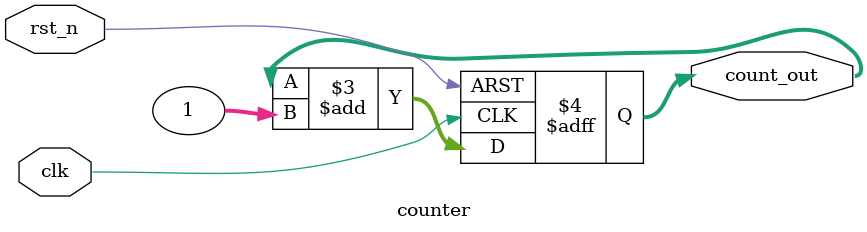
<source format=sv>

module counter (
    input logic clk,
    input logic rst_n,
    output logic [31:0] count_out
);

    always_ff @(posedge clk or negedge rst_n) begin
        if (!rst_n) begin
            count_out <= 32'd0;
        end else begin
            count_out <= count_out + 32'd1;
        end
    end

endmodule
</source>
